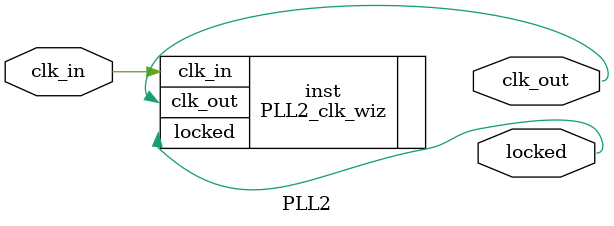
<source format=v>


`timescale 1ps/1ps

(* CORE_GENERATION_INFO = "PLL2,clk_wiz_v6_0_4_0_0,{component_name=PLL2,use_phase_alignment=true,use_min_o_jitter=false,use_max_i_jitter=false,use_dyn_phase_shift=false,use_inclk_switchover=false,use_dyn_reconfig=false,enable_axi=0,feedback_source=FDBK_AUTO,PRIMITIVE=PLL,num_out_clk=1,clkin1_period=10.000,clkin2_period=10.000,use_power_down=false,use_reset=false,use_locked=true,use_inclk_stopped=false,feedback_type=SINGLE,CLOCK_MGR_TYPE=NA,manual_override=false}" *)

module PLL2 
 (
  // Clock out ports
  output        clk_out,
  // Status and control signals
  output        locked,
 // Clock in ports
  input         clk_in
 );

  PLL2_clk_wiz inst
  (
  // Clock out ports  
  .clk_out(clk_out),
  // Status and control signals               
  .locked(locked),
 // Clock in ports
  .clk_in(clk_in)
  );

endmodule

</source>
